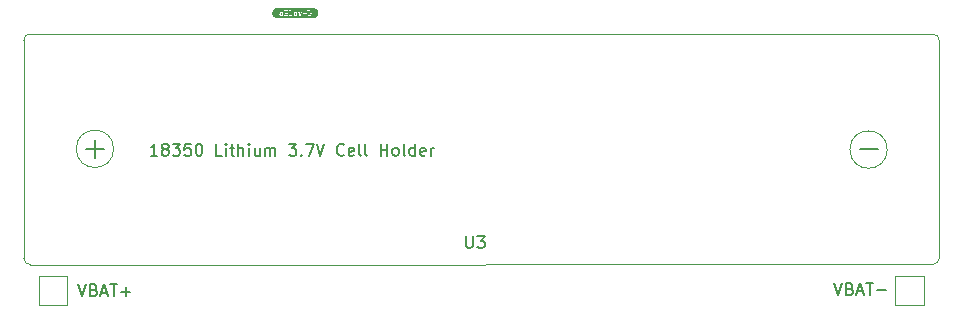
<source format=gbr>
%TF.GenerationSoftware,KiCad,Pcbnew,(6.0.6-0)*%
%TF.CreationDate,2022-09-18T15:49:11+02:00*%
%TF.ProjectId,magnetic-18350-holder-charger,6d61676e-6574-4696-932d-31383335302d,rev?*%
%TF.SameCoordinates,Original*%
%TF.FileFunction,Legend,Top*%
%TF.FilePolarity,Positive*%
%FSLAX46Y46*%
G04 Gerber Fmt 4.6, Leading zero omitted, Abs format (unit mm)*
G04 Created by KiCad (PCBNEW (6.0.6-0)) date 2022-09-18 15:49:11*
%MOMM*%
%LPD*%
G01*
G04 APERTURE LIST*
%ADD10C,0.150000*%
%ADD11C,0.120000*%
G04 APERTURE END LIST*
D10*
%TO.C,VBAT+*%
X104938095Y-101952380D02*
X105271428Y-102952380D01*
X105604761Y-101952380D01*
X106271428Y-102428571D02*
X106414285Y-102476190D01*
X106461904Y-102523809D01*
X106509523Y-102619047D01*
X106509523Y-102761904D01*
X106461904Y-102857142D01*
X106414285Y-102904761D01*
X106319047Y-102952380D01*
X105938095Y-102952380D01*
X105938095Y-101952380D01*
X106271428Y-101952380D01*
X106366666Y-102000000D01*
X106414285Y-102047619D01*
X106461904Y-102142857D01*
X106461904Y-102238095D01*
X106414285Y-102333333D01*
X106366666Y-102380952D01*
X106271428Y-102428571D01*
X105938095Y-102428571D01*
X106890476Y-102666666D02*
X107366666Y-102666666D01*
X106795238Y-102952380D02*
X107128571Y-101952380D01*
X107461904Y-102952380D01*
X107652380Y-101952380D02*
X108223809Y-101952380D01*
X107938095Y-102952380D02*
X107938095Y-101952380D01*
X108557142Y-102571428D02*
X109319047Y-102571428D01*
X108938095Y-102952380D02*
X108938095Y-102190476D01*
%TO.C,VBAT-*%
X168938095Y-101852380D02*
X169271428Y-102852380D01*
X169604761Y-101852380D01*
X170271428Y-102328571D02*
X170414285Y-102376190D01*
X170461904Y-102423809D01*
X170509523Y-102519047D01*
X170509523Y-102661904D01*
X170461904Y-102757142D01*
X170414285Y-102804761D01*
X170319047Y-102852380D01*
X169938095Y-102852380D01*
X169938095Y-101852380D01*
X170271428Y-101852380D01*
X170366666Y-101900000D01*
X170414285Y-101947619D01*
X170461904Y-102042857D01*
X170461904Y-102138095D01*
X170414285Y-102233333D01*
X170366666Y-102280952D01*
X170271428Y-102328571D01*
X169938095Y-102328571D01*
X170890476Y-102566666D02*
X171366666Y-102566666D01*
X170795238Y-102852380D02*
X171128571Y-101852380D01*
X171461904Y-102852380D01*
X171652380Y-101852380D02*
X172223809Y-101852380D01*
X171938095Y-102852380D02*
X171938095Y-101852380D01*
X172557142Y-102471428D02*
X173319047Y-102471428D01*
%TO.C,U3*%
X137752739Y-97873471D02*
X137752739Y-98682995D01*
X137800358Y-98778233D01*
X137847977Y-98825852D01*
X137943215Y-98873471D01*
X138133691Y-98873471D01*
X138228929Y-98825852D01*
X138276548Y-98778233D01*
X138324167Y-98682995D01*
X138324167Y-97873471D01*
X138705120Y-97873471D02*
X139324167Y-97873471D01*
X138990834Y-98254424D01*
X139133691Y-98254424D01*
X139228929Y-98302043D01*
X139276548Y-98349662D01*
X139324167Y-98444900D01*
X139324167Y-98682995D01*
X139276548Y-98778233D01*
X139228929Y-98825852D01*
X139133691Y-98873471D01*
X138847977Y-98873471D01*
X138752739Y-98825852D01*
X138705120Y-98778233D01*
X171071601Y-90513948D02*
X172595410Y-90513948D01*
X111619047Y-91073471D02*
X111047619Y-91073471D01*
X111333333Y-91073471D02*
X111333333Y-90073471D01*
X111238095Y-90216329D01*
X111142857Y-90311567D01*
X111047619Y-90359186D01*
X112190476Y-90502043D02*
X112095238Y-90454424D01*
X112047619Y-90406805D01*
X112000000Y-90311567D01*
X112000000Y-90263948D01*
X112047619Y-90168710D01*
X112095238Y-90121091D01*
X112190476Y-90073471D01*
X112380952Y-90073471D01*
X112476190Y-90121091D01*
X112523809Y-90168710D01*
X112571428Y-90263948D01*
X112571428Y-90311567D01*
X112523809Y-90406805D01*
X112476190Y-90454424D01*
X112380952Y-90502043D01*
X112190476Y-90502043D01*
X112095238Y-90549662D01*
X112047619Y-90597281D01*
X112000000Y-90692519D01*
X112000000Y-90882995D01*
X112047619Y-90978233D01*
X112095238Y-91025852D01*
X112190476Y-91073471D01*
X112380952Y-91073471D01*
X112476190Y-91025852D01*
X112523809Y-90978233D01*
X112571428Y-90882995D01*
X112571428Y-90692519D01*
X112523809Y-90597281D01*
X112476190Y-90549662D01*
X112380952Y-90502043D01*
X112904761Y-90073471D02*
X113523809Y-90073471D01*
X113190476Y-90454424D01*
X113333333Y-90454424D01*
X113428571Y-90502043D01*
X113476190Y-90549662D01*
X113523809Y-90644900D01*
X113523809Y-90882995D01*
X113476190Y-90978233D01*
X113428571Y-91025852D01*
X113333333Y-91073471D01*
X113047619Y-91073471D01*
X112952380Y-91025852D01*
X112904761Y-90978233D01*
X114428571Y-90073471D02*
X113952380Y-90073471D01*
X113904761Y-90549662D01*
X113952380Y-90502043D01*
X114047619Y-90454424D01*
X114285714Y-90454424D01*
X114380952Y-90502043D01*
X114428571Y-90549662D01*
X114476190Y-90644900D01*
X114476190Y-90882995D01*
X114428571Y-90978233D01*
X114380952Y-91025852D01*
X114285714Y-91073471D01*
X114047619Y-91073471D01*
X113952380Y-91025852D01*
X113904761Y-90978233D01*
X115095238Y-90073471D02*
X115190476Y-90073471D01*
X115285714Y-90121091D01*
X115333333Y-90168710D01*
X115380952Y-90263948D01*
X115428571Y-90454424D01*
X115428571Y-90692519D01*
X115380952Y-90882995D01*
X115333333Y-90978233D01*
X115285714Y-91025852D01*
X115190476Y-91073471D01*
X115095238Y-91073471D01*
X115000000Y-91025852D01*
X114952380Y-90978233D01*
X114904761Y-90882995D01*
X114857142Y-90692519D01*
X114857142Y-90454424D01*
X114904761Y-90263948D01*
X114952380Y-90168710D01*
X115000000Y-90121091D01*
X115095238Y-90073471D01*
X117095238Y-91073471D02*
X116619047Y-91073471D01*
X116619047Y-90073471D01*
X117428571Y-91073471D02*
X117428571Y-90406805D01*
X117428571Y-90073471D02*
X117380952Y-90121091D01*
X117428571Y-90168710D01*
X117476190Y-90121091D01*
X117428571Y-90073471D01*
X117428571Y-90168710D01*
X117761904Y-90406805D02*
X118142857Y-90406805D01*
X117904761Y-90073471D02*
X117904761Y-90930614D01*
X117952380Y-91025852D01*
X118047619Y-91073471D01*
X118142857Y-91073471D01*
X118476190Y-91073471D02*
X118476190Y-90073471D01*
X118904761Y-91073471D02*
X118904761Y-90549662D01*
X118857142Y-90454424D01*
X118761904Y-90406805D01*
X118619047Y-90406805D01*
X118523809Y-90454424D01*
X118476190Y-90502043D01*
X119380952Y-91073471D02*
X119380952Y-90406805D01*
X119380952Y-90073471D02*
X119333333Y-90121091D01*
X119380952Y-90168710D01*
X119428571Y-90121091D01*
X119380952Y-90073471D01*
X119380952Y-90168710D01*
X120285714Y-90406805D02*
X120285714Y-91073471D01*
X119857142Y-90406805D02*
X119857142Y-90930614D01*
X119904761Y-91025852D01*
X120000000Y-91073471D01*
X120142857Y-91073471D01*
X120238095Y-91025852D01*
X120285714Y-90978233D01*
X120761904Y-91073471D02*
X120761904Y-90406805D01*
X120761904Y-90502043D02*
X120809523Y-90454424D01*
X120904761Y-90406805D01*
X121047619Y-90406805D01*
X121142857Y-90454424D01*
X121190476Y-90549662D01*
X121190476Y-91073471D01*
X121190476Y-90549662D02*
X121238095Y-90454424D01*
X121333333Y-90406805D01*
X121476190Y-90406805D01*
X121571428Y-90454424D01*
X121619047Y-90549662D01*
X121619047Y-91073471D01*
X122761904Y-90073471D02*
X123380952Y-90073471D01*
X123047619Y-90454424D01*
X123190476Y-90454424D01*
X123285714Y-90502043D01*
X123333333Y-90549662D01*
X123380952Y-90644900D01*
X123380952Y-90882995D01*
X123333333Y-90978233D01*
X123285714Y-91025852D01*
X123190476Y-91073471D01*
X122904761Y-91073471D01*
X122809523Y-91025852D01*
X122761904Y-90978233D01*
X123809523Y-90978233D02*
X123857142Y-91025852D01*
X123809523Y-91073471D01*
X123761904Y-91025852D01*
X123809523Y-90978233D01*
X123809523Y-91073471D01*
X124190476Y-90073471D02*
X124857142Y-90073471D01*
X124428571Y-91073471D01*
X125095238Y-90073471D02*
X125428571Y-91073471D01*
X125761904Y-90073471D01*
X127428571Y-90978233D02*
X127380952Y-91025852D01*
X127238095Y-91073471D01*
X127142857Y-91073471D01*
X126999999Y-91025852D01*
X126904761Y-90930614D01*
X126857142Y-90835376D01*
X126809523Y-90644900D01*
X126809523Y-90502043D01*
X126857142Y-90311567D01*
X126904761Y-90216329D01*
X126999999Y-90121091D01*
X127142857Y-90073471D01*
X127238095Y-90073471D01*
X127380952Y-90121091D01*
X127428571Y-90168710D01*
X128238095Y-91025852D02*
X128142857Y-91073471D01*
X127952380Y-91073471D01*
X127857142Y-91025852D01*
X127809523Y-90930614D01*
X127809523Y-90549662D01*
X127857142Y-90454424D01*
X127952380Y-90406805D01*
X128142857Y-90406805D01*
X128238095Y-90454424D01*
X128285714Y-90549662D01*
X128285714Y-90644900D01*
X127809523Y-90740138D01*
X128857142Y-91073471D02*
X128761904Y-91025852D01*
X128714285Y-90930614D01*
X128714285Y-90073471D01*
X129380952Y-91073471D02*
X129285714Y-91025852D01*
X129238095Y-90930614D01*
X129238095Y-90073471D01*
X130523809Y-91073471D02*
X130523809Y-90073471D01*
X130523809Y-90549662D02*
X131095238Y-90549662D01*
X131095238Y-91073471D02*
X131095238Y-90073471D01*
X131714285Y-91073471D02*
X131619047Y-91025852D01*
X131571428Y-90978233D01*
X131523809Y-90882995D01*
X131523809Y-90597281D01*
X131571428Y-90502043D01*
X131619047Y-90454424D01*
X131714285Y-90406805D01*
X131857142Y-90406805D01*
X131952380Y-90454424D01*
X131999999Y-90502043D01*
X132047619Y-90597281D01*
X132047619Y-90882995D01*
X131999999Y-90978233D01*
X131952380Y-91025852D01*
X131857142Y-91073471D01*
X131714285Y-91073471D01*
X132619047Y-91073471D02*
X132523809Y-91025852D01*
X132476190Y-90930614D01*
X132476190Y-90073471D01*
X133428571Y-91073471D02*
X133428571Y-90073471D01*
X133428571Y-91025852D02*
X133333333Y-91073471D01*
X133142857Y-91073471D01*
X133047619Y-91025852D01*
X132999999Y-90978233D01*
X132952380Y-90882995D01*
X132952380Y-90597281D01*
X132999999Y-90502043D01*
X133047619Y-90454424D01*
X133142857Y-90406805D01*
X133333333Y-90406805D01*
X133428571Y-90454424D01*
X134285714Y-91025852D02*
X134190476Y-91073471D01*
X133999999Y-91073471D01*
X133904761Y-91025852D01*
X133857142Y-90930614D01*
X133857142Y-90549662D01*
X133904761Y-90454424D01*
X133999999Y-90406805D01*
X134190476Y-90406805D01*
X134285714Y-90454424D01*
X134333333Y-90549662D01*
X134333333Y-90644900D01*
X133857142Y-90740138D01*
X134761904Y-91073471D02*
X134761904Y-90406805D01*
X134761904Y-90597281D02*
X134809523Y-90502043D01*
X134857142Y-90454424D01*
X134952380Y-90406805D01*
X135047619Y-90406805D01*
X105571601Y-90482810D02*
X107095410Y-90482810D01*
X106333506Y-91244714D02*
X106333506Y-89720905D01*
D11*
%TO.C,VBAT+*%
X101600000Y-103700000D02*
X101600000Y-101300000D01*
X101600000Y-101300000D02*
X104000000Y-101300000D01*
X104000000Y-103700000D02*
X101600000Y-103700000D01*
X104000000Y-101300000D02*
X104000000Y-103700000D01*
%TO.C,VBAT-*%
X176500000Y-101300000D02*
X176500000Y-103700000D01*
X176500000Y-103700000D02*
X174100000Y-103700000D01*
X174100000Y-103700000D02*
X174100000Y-101300000D01*
X174100000Y-101300000D02*
X176500000Y-101300000D01*
%TO.C,U3*%
X100850000Y-100285735D02*
X177275735Y-100282182D01*
X100303553Y-81310000D02*
X100300000Y-99735735D01*
X177814644Y-90521091D02*
X177825735Y-81310000D01*
X100853553Y-80760000D02*
X177275735Y-80760000D01*
X177825735Y-99732182D02*
X177814644Y-90521091D01*
X100300000Y-99735735D02*
G75*
G03*
X100850000Y-100285735I549999J-1D01*
G01*
X177825735Y-81310000D02*
G75*
G03*
X177275735Y-80760000I-549991J9D01*
G01*
X177275735Y-100282182D02*
G75*
G03*
X177825735Y-99732182I-1J550001D01*
G01*
X100853553Y-80760000D02*
G75*
G03*
X100303553Y-81310000I-1J-549999D01*
G01*
X107914645Y-90489953D02*
G75*
G03*
X107914645Y-90489953I-1581139J0D01*
G01*
X173414645Y-90553075D02*
G75*
G03*
X173414645Y-90553075I-1581139J0D01*
G01*
%TO.C,kibuzzard-63271A4C*%
G36*
X123742516Y-78999206D02*
G01*
X123731403Y-79048022D01*
X123718703Y-79097234D01*
X123704019Y-79150019D01*
X123689334Y-79097234D01*
X123676634Y-79048022D01*
X123665919Y-78999206D01*
X123656394Y-78948406D01*
X123752438Y-78948406D01*
X123742516Y-78999206D01*
G37*
G36*
X122173669Y-79163513D02*
G01*
X122157794Y-79165497D01*
X122144300Y-79165894D01*
X122109177Y-79161330D01*
X122081594Y-79147638D01*
X122063734Y-79124222D01*
X122057781Y-79090488D01*
X122080006Y-79035322D01*
X122109177Y-79020737D01*
X122152237Y-79015875D01*
X122173669Y-79015875D01*
X122173669Y-79163513D01*
G37*
G36*
X123364294Y-79163513D02*
G01*
X123348419Y-79165497D01*
X123334925Y-79165894D01*
X123299802Y-79161330D01*
X123272219Y-79147638D01*
X123254359Y-79124222D01*
X123248406Y-79090488D01*
X123270631Y-79035322D01*
X123299802Y-79020737D01*
X123342862Y-79015875D01*
X123364294Y-79015875D01*
X123364294Y-79163513D01*
G37*
G36*
X124880684Y-78580285D02*
G01*
X124921624Y-78586358D01*
X124961772Y-78596414D01*
X125000741Y-78610358D01*
X125038155Y-78628053D01*
X125073655Y-78649331D01*
X125106899Y-78673986D01*
X125137565Y-78701781D01*
X125165360Y-78732447D01*
X125190015Y-78765691D01*
X125211292Y-78801190D01*
X125228988Y-78838605D01*
X125242931Y-78877574D01*
X125252988Y-78917721D01*
X125259061Y-78958662D01*
X125261092Y-79000000D01*
X125259061Y-79041338D01*
X125252988Y-79082279D01*
X125242931Y-79122426D01*
X125228988Y-79161395D01*
X125211292Y-79198810D01*
X125190015Y-79234309D01*
X125165360Y-79267553D01*
X125137565Y-79298219D01*
X125106899Y-79326014D01*
X125073655Y-79350669D01*
X125038155Y-79371947D01*
X125000741Y-79389642D01*
X124961772Y-79403586D01*
X124921624Y-79413642D01*
X124880684Y-79419715D01*
X124839346Y-79421746D01*
X121760654Y-79421746D01*
X121719316Y-79419715D01*
X121678376Y-79413642D01*
X121638228Y-79403586D01*
X121599259Y-79389642D01*
X121561845Y-79371947D01*
X121526345Y-79350669D01*
X121493101Y-79326014D01*
X121462435Y-79298219D01*
X121434640Y-79267553D01*
X121409985Y-79234309D01*
X121388708Y-79198810D01*
X121371012Y-79161395D01*
X121357069Y-79122426D01*
X121347012Y-79082279D01*
X121340939Y-79041338D01*
X121338908Y-79000000D01*
X121340939Y-78958662D01*
X121347012Y-78917721D01*
X121357069Y-78877574D01*
X121371012Y-78838605D01*
X121388708Y-78801190D01*
X121409985Y-78765691D01*
X121418701Y-78753938D01*
X121926019Y-78753938D01*
X121948641Y-78805928D01*
X121976025Y-78860697D01*
X122005394Y-78913084D01*
X122033969Y-78958725D01*
X121999242Y-78981148D01*
X121976025Y-79011906D01*
X121962928Y-79048816D01*
X121958563Y-79089694D01*
X121961837Y-79128290D01*
X121971659Y-79161528D01*
X122009362Y-79211931D01*
X122036350Y-79229195D01*
X122068100Y-79241300D01*
X122104216Y-79248444D01*
X122144300Y-79250825D01*
X122172081Y-79250031D01*
X122205419Y-79248047D01*
X122239947Y-79244078D01*
X122271300Y-79238125D01*
X122271300Y-78834900D01*
X122345912Y-78834900D01*
X122563400Y-78834900D01*
X122563400Y-78973013D01*
X122389569Y-78973013D01*
X122389569Y-79053975D01*
X122563400Y-79053975D01*
X122563400Y-79164306D01*
X122363375Y-79164306D01*
X122363375Y-79245269D01*
X122661031Y-79245269D01*
X122661031Y-79220663D01*
X122739612Y-79220663D01*
X122755884Y-79230188D01*
X122783269Y-79242094D01*
X122822559Y-79252016D01*
X122873756Y-79256381D01*
X122916817Y-79252313D01*
X122957100Y-79240109D01*
X122993414Y-79219770D01*
X123024569Y-79191294D01*
X123050167Y-79154880D01*
X123069812Y-79110728D01*
X123082314Y-79059035D01*
X123086481Y-79000000D01*
X123082909Y-78940370D01*
X123072194Y-78888478D01*
X123054930Y-78844425D01*
X123031712Y-78808309D01*
X123002840Y-78780131D01*
X122968609Y-78759891D01*
X122949492Y-78753938D01*
X123116644Y-78753938D01*
X123139266Y-78805928D01*
X123166650Y-78860697D01*
X123196019Y-78913084D01*
X123224594Y-78958725D01*
X123189867Y-78981148D01*
X123166650Y-79011906D01*
X123153553Y-79048816D01*
X123149187Y-79089694D01*
X123152462Y-79128290D01*
X123162284Y-79161528D01*
X123199987Y-79211931D01*
X123226975Y-79229195D01*
X123258725Y-79241300D01*
X123294841Y-79248444D01*
X123334925Y-79250825D01*
X123362706Y-79250031D01*
X123396044Y-79248047D01*
X123430572Y-79244078D01*
X123461925Y-79238125D01*
X123461925Y-78753938D01*
X123511931Y-78753938D01*
X123525028Y-78809643D01*
X123538284Y-78863729D01*
X123551698Y-78916196D01*
X123565271Y-78967044D01*
X123579003Y-79016272D01*
X123596292Y-79075977D01*
X123613630Y-79134045D01*
X123631019Y-79190475D01*
X123648456Y-79245269D01*
X123754819Y-79245269D01*
X123937381Y-79245269D01*
X124035013Y-79245269D01*
X124035013Y-79051594D01*
X124165188Y-79051594D01*
X124165188Y-79245269D01*
X124262819Y-79245269D01*
X124262819Y-78777750D01*
X124323144Y-78777750D01*
X124347750Y-78854744D01*
X124387834Y-78837281D01*
X124450938Y-78828550D01*
X124507591Y-78839762D01*
X124545791Y-78873397D01*
X124561886Y-78907660D01*
X124571543Y-78950655D01*
X124574763Y-79002381D01*
X124572084Y-79046831D01*
X124564047Y-79083344D01*
X124536266Y-79135334D01*
X124497372Y-79163116D01*
X124452525Y-79171450D01*
X124393391Y-79163116D01*
X124349338Y-79142875D01*
X124323938Y-79220663D01*
X124340209Y-79230188D01*
X124366800Y-79242094D01*
X124403709Y-79252016D01*
X124450938Y-79256381D01*
X124497471Y-79252115D01*
X124540234Y-79239316D01*
X124578334Y-79218281D01*
X124610878Y-79189309D01*
X124637370Y-79152698D01*
X124657313Y-79108744D01*
X124669814Y-79057745D01*
X124673981Y-79000000D01*
X124670558Y-78942007D01*
X124660289Y-78891058D01*
X124643174Y-78847154D01*
X124619213Y-78810294D01*
X124577232Y-78773252D01*
X124524315Y-78751027D01*
X124460463Y-78743619D01*
X124417104Y-78746298D01*
X124379103Y-78754334D01*
X124323144Y-78777750D01*
X124262819Y-78777750D01*
X124262819Y-78753938D01*
X124165188Y-78753938D01*
X124165188Y-78970631D01*
X124035013Y-78970631D01*
X124035013Y-78753938D01*
X123937381Y-78753938D01*
X123937381Y-79245269D01*
X123754819Y-79245269D01*
X123771636Y-79190922D01*
X123788752Y-79135037D01*
X123806164Y-79077614D01*
X123823875Y-79018653D01*
X123838131Y-78969838D01*
X123852323Y-78918958D01*
X123866452Y-78866015D01*
X123880517Y-78811008D01*
X123894519Y-78753938D01*
X123792919Y-78753938D01*
X123770694Y-78867444D01*
X123639725Y-78867444D01*
X123616706Y-78753938D01*
X123511931Y-78753938D01*
X123461925Y-78753938D01*
X123364294Y-78753938D01*
X123364294Y-78934913D01*
X123313494Y-78934913D01*
X123286605Y-78889966D01*
X123261503Y-78845616D01*
X123238782Y-78800670D01*
X123219037Y-78753938D01*
X123116644Y-78753938D01*
X122949492Y-78753938D01*
X122929418Y-78747687D01*
X122885663Y-78743619D01*
X122837145Y-78745603D01*
X122796366Y-78751556D01*
X122741994Y-78765844D01*
X122741994Y-79011113D01*
X122839625Y-79011113D01*
X122839625Y-78831725D01*
X122858675Y-78829344D01*
X122877725Y-78828550D01*
X122925152Y-78838968D01*
X122959481Y-78870222D01*
X122974915Y-78903163D01*
X122984176Y-78946422D01*
X122987262Y-79000000D01*
X122985576Y-79036413D01*
X122980516Y-79069453D01*
X122958291Y-79123428D01*
X122919000Y-79158750D01*
X122860262Y-79171450D01*
X122807875Y-79162719D01*
X122765012Y-79142875D01*
X122739612Y-79220663D01*
X122661031Y-79220663D01*
X122661031Y-78753938D01*
X122345912Y-78753938D01*
X122345912Y-78834900D01*
X122271300Y-78834900D01*
X122271300Y-78753938D01*
X122173669Y-78753938D01*
X122173669Y-78934913D01*
X122122869Y-78934913D01*
X122095980Y-78889966D01*
X122070878Y-78845616D01*
X122048157Y-78800670D01*
X122028412Y-78753938D01*
X121926019Y-78753938D01*
X121418701Y-78753938D01*
X121434640Y-78732447D01*
X121462435Y-78701781D01*
X121493101Y-78673986D01*
X121526345Y-78649331D01*
X121561845Y-78628053D01*
X121599259Y-78610358D01*
X121638228Y-78596414D01*
X121678376Y-78586358D01*
X121719316Y-78580285D01*
X121760654Y-78578254D01*
X124839346Y-78578254D01*
X124880684Y-78580285D01*
G37*
%TD*%
M02*

</source>
